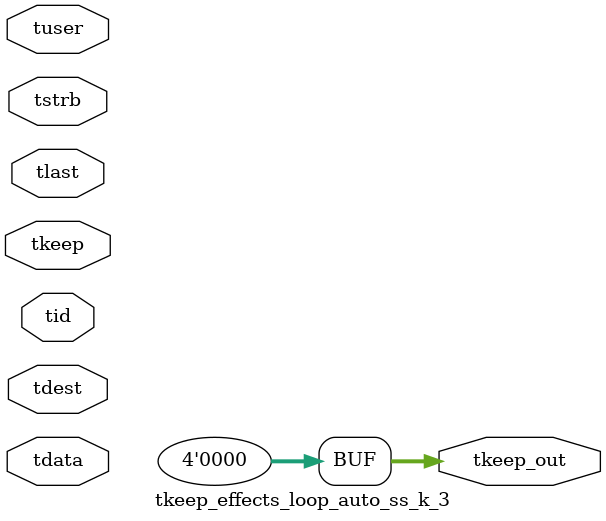
<source format=v>


`timescale 1ps/1ps

module tkeep_effects_loop_auto_ss_k_3 #
(
parameter C_S_AXIS_TDATA_WIDTH = 32,
parameter C_S_AXIS_TUSER_WIDTH = 0,
parameter C_S_AXIS_TID_WIDTH   = 0,
parameter C_S_AXIS_TDEST_WIDTH = 0,
parameter C_M_AXIS_TDATA_WIDTH = 32
)
(
input  [(C_S_AXIS_TDATA_WIDTH == 0 ? 1 : C_S_AXIS_TDATA_WIDTH)-1:0     ] tdata,
input  [(C_S_AXIS_TUSER_WIDTH == 0 ? 1 : C_S_AXIS_TUSER_WIDTH)-1:0     ] tuser,
input  [(C_S_AXIS_TID_WIDTH   == 0 ? 1 : C_S_AXIS_TID_WIDTH)-1:0       ] tid,
input  [(C_S_AXIS_TDEST_WIDTH == 0 ? 1 : C_S_AXIS_TDEST_WIDTH)-1:0     ] tdest,
input  [(C_S_AXIS_TDATA_WIDTH/8)-1:0 ] tkeep,
input  [(C_S_AXIS_TDATA_WIDTH/8)-1:0 ] tstrb,
input                                                                    tlast,
output [(C_M_AXIS_TDATA_WIDTH/8)-1:0 ] tkeep_out
);

assign tkeep_out = {1'b0};

endmodule


</source>
